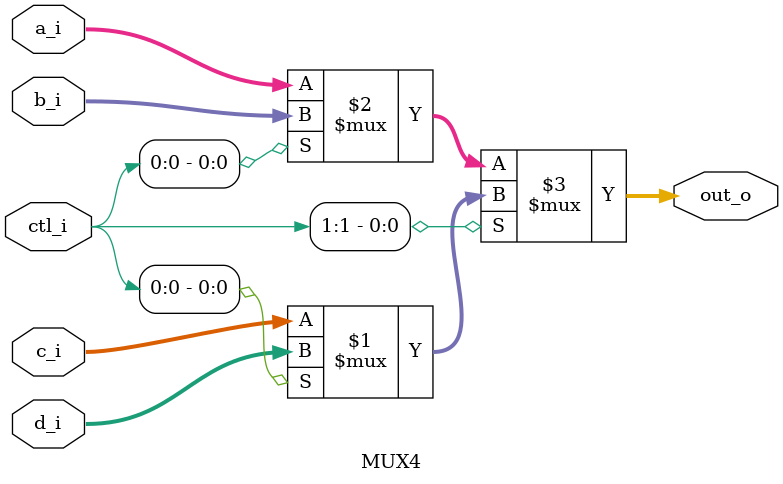
<source format=v>
module MUX4 
(
    input [31:0] a_i,
    input [31:0] b_i,
    input [31:0] c_i,
    input [31:0] d_i,
    input [1:0] ctl_i,
    output [31:0] out_o
);

assign out_o = ctl_i[1] ? (ctl_i[0] ? d_i : c_i) : (ctl_i[0] ? b_i : a_i);

endmodule
</source>
